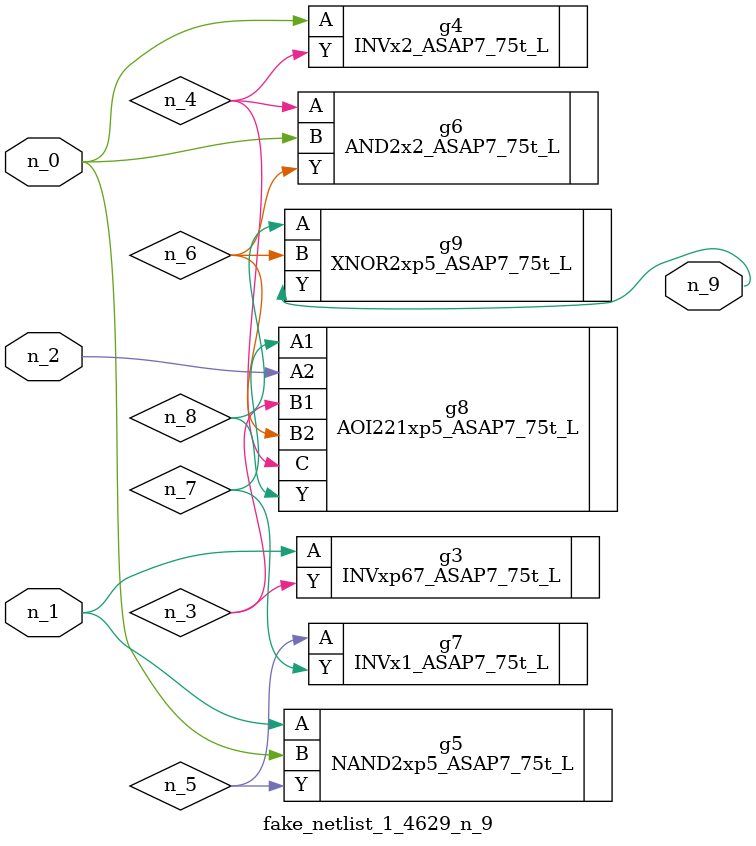
<source format=v>
module fake_netlist_1_4629_n_9 (n_1, n_2, n_0, n_9);
input n_1;
input n_2;
input n_0;
output n_9;
wire n_6;
wire n_4;
wire n_3;
wire n_5;
wire n_7;
wire n_8;
INVxp67_ASAP7_75t_L g3 ( .A(n_1), .Y(n_3) );
INVx2_ASAP7_75t_L g4 ( .A(n_0), .Y(n_4) );
NAND2xp5_ASAP7_75t_L g5 ( .A(n_1), .B(n_0), .Y(n_5) );
AND2x2_ASAP7_75t_L g6 ( .A(n_4), .B(n_0), .Y(n_6) );
INVx1_ASAP7_75t_L g7 ( .A(n_5), .Y(n_7) );
AOI221xp5_ASAP7_75t_L g8 ( .A1(n_7), .A2(n_2), .B1(n_3), .B2(n_6), .C(n_4), .Y(n_8) );
XNOR2xp5_ASAP7_75t_L g9 ( .A(n_8), .B(n_6), .Y(n_9) );
endmodule
</source>
